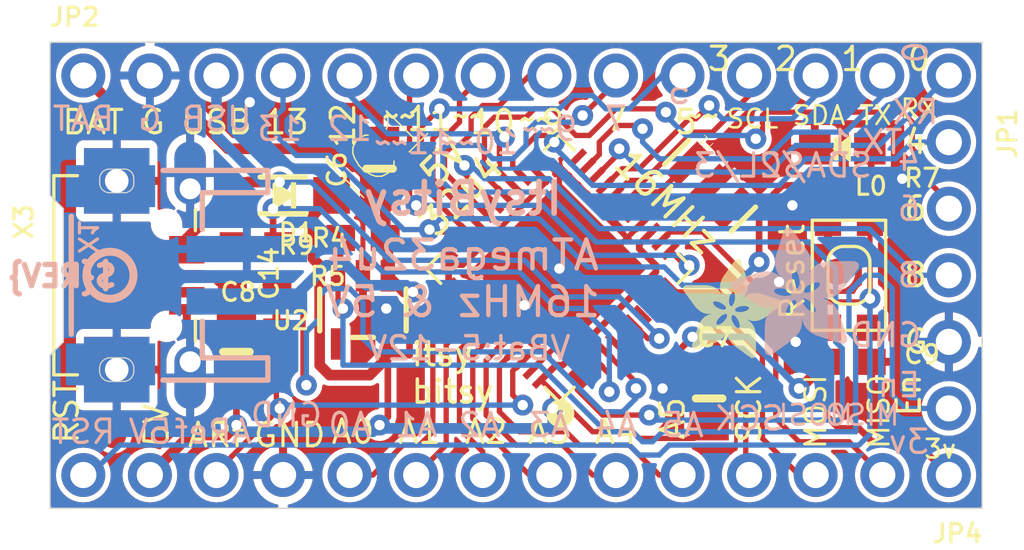
<source format=kicad_pcb>
(kicad_pcb (version 20240108) (generator "pcbnew") (generator_version "8.0")
  (layers (0 "F.Cu" signal) (31 "B.Cu" signal) (34 "B.Paste" user) (35 "F.Paste" user) (36 "B.SilkS" user "B.Silkscreen") (37 "F.SilkS" user "F.Silkscreen") (38 "B.Mask" user) (39 "F.Mask" user) (44 "Edge.Cuts" user))
  (net 0 "")
  (net 1 "GND")
  (net 2 "D-")
  (net 3 "D+")
  (net 4 "MOSI")
  (net 5 "MISO")
  (net 6 "SCK")
  (net 7 "RST")
  (net 8 "N$11")
  (net 9 "N$12")
  (net 10 "A5")
  (net 11 "A4")
  (net 12 "A3")
  (net 13 "A2")
  (net 14 "A1")
  (net 15 "SDA")
  (net 16 "N$15")
  (net 17 "N$16")
  (net 18 "D1")
  (net 19 "D0")
  (net 20 "VBUS")
  (net 21 "VBAT")
  (net 22 "N$2")
  (net 23 "AREF")
  (net 24 "A0")
  (net 25 "SCL")
  (net 26 "D4")
  (net 27 "D8")
  (net 28 "D7")
  (net 29 "EN")
  (net 30 "D5")
  (net 31 "D6")
  (net 32 "D10")
  (net 33 "D12")
  (net 34 "D13")
  (net 35 "D11")
  (net 36 "D9")
  (net 37 "+5V")
  (net 38 "3.3V")
  (footprint "Itsy Bitsy 32u4 5V:4UCONN_20329_V2" (layer "F.Cu") (at 135.1661 105.0036 -90)
    (property "Reference" "X3")
    (property "Value" "microUSB")
    (fp_line (start -3.5 2.55) (end -3.7 2.55) (stroke (width 0.05)) (layer "Edge.Cuts"))
    (fp_line (start 3.15 2.2) (end 3.15 1.6) (stroke (width 0.05)) (layer "Edge.Cuts"))
    (fp_line (start -4.05 2.15) (end -4.05 1.6) (stroke (width 0.05)) (layer "Edge.Cuts"))
    (fp_line (start -3.15 1.6) (end -3.15 2.15) (stroke (width 0.05)) (layer "Edge.Cuts"))
    (fp_line (start 4.05 1.6) (end 4.05 2.2) (stroke (width 0.05)) (layer "Edge.Cuts"))
    (fp_line (start -3.7 1.25) (end -3.5 1.25) (stroke (width 0.05)) (layer "Edge.Cuts"))
    (fp_arc (start -3.7 2.55) (mid -3.957843 2.422487) (end -4.05 2.15) (stroke (width 0.05)) (layer "Edge.Cuts"))
    (fp_arc (start 3.6 2.55) (mid 3.302513 2.468198) (end 3.15 2.2) (stroke (width 0.05)) (layer "Edge.Cuts"))
    (fp_arc (start 4.05 2.2) (mid 3.897487 2.468198) (end 3.6 2.55) (stroke (width 0.05)) (layer "Edge.Cuts"))
    (fp_arc (start -3.15 2.15) (mid -3.242157 2.422487) (end -3.5 2.55) (stroke (width 0.05)) (layer "Edge.Cuts"))
    (fp_arc (start -4.05 1.6) (mid -3.947487 1.352513) (end -3.7 1.25) (stroke (width 0.05)) (layer "Edge.Cuts"))
    (fp_arc (start 3.15 1.6) (mid 3.302513 1.331802) (end 3.6 1.25) (stroke (width 0.05)) (layer "Edge.Cuts"))
    (fp_arc (start -3.5 1.25) (mid -3.252513 1.352513) (end -3.15 1.6) (stroke (width 0.05)) (layer "Edge.Cuts"))
    (fp_arc (start 3.6 1.25) (mid 3.897487 1.331802) (end 4.05 1.6) (stroke (width 0.05)) (layer "Edge.Cuts"))
  )
  (footprint "Itsy Bitsy 32u4 5V:0603-NO" (layer "F.Cu") (at 161.2011 108.3056)
    (property "Reference" "C9")
    (property "Value" "1uF")
  )
  (footprint "Itsy Bitsy 32u4 5V:KMR2" (layer "F.Cu") (at 161.2011 105.0036 -90)
    (property "Reference" "SW1" (hide yes))
    (property "Value" "SPST_TACT-KMR2" (hide yes))
  )
  (footprint "Itsy Bitsy 32u4 5V:ADAFRUIT_3.5MM" (layer "F.Cu") (at 154.8511 108.1786)
    (property "Reference" "U$7" (hide yes))
    (property "Value" "" (hide yes))
  )
  (footprint "Itsy Bitsy 32u4 5V:0603-NO" (layer "F.Cu") (at 138.5951 103.8606)
    (property "Reference" "R4")
    (property "Value" "22")
  )
  (footprint "Itsy Bitsy 32u4 5V:1X14_ROUND70" (layer "F.Cu") (at 148.5011 97.3836)
    (property "Reference" "JP2")
    (property "Value" "")
  )
  (footprint "Itsy Bitsy 32u4 5V:0603-NO" (layer "F.Cu") (at 139.3571 108.0516 90)
    (property "Reference" "C14")
    (property "Value" "1uF")
  )
  (footprint "Itsy Bitsy 32u4 5V:RESONATOR-SMD" (layer "F.Cu") (at 155.904296 101.59001 -45)
    (property "Reference" "Y1")
    (property "Value" "16MHz")
  )
  (footprint "Itsy Bitsy 32u4 5V:SOT23-5" (layer "F.Cu") (at 142.6591 106.3244 180)
    (property "Reference" "U2")
    (property "Value" "MIC5225-5.0")
  )
  (footprint "Itsy Bitsy 32u4 5V:0805-NO" (layer "F.Cu") (at 143.2941 100.9396 90)
    (property "Reference" "C6")
    (property "Value" "10µF")
  )
  (footprint "Itsy Bitsy 32u4 5V:0603-NO" (layer "F.Cu") (at 142.6591 103.5812 180)
    (property "Reference" "R9")
    (property "Value" "100k")
  )
  (footprint "Itsy Bitsy 32u4 5V:CHIPLED_0805_NOOUTLINE" (layer "F.Cu") (at 160.9471 100.1776 90)
    (property "Reference" "L0")
    (property "Value" "RED")
  )
  (footprint "Itsy Bitsy 32u4 5V:SOD-123" (layer "F.Cu") (at 139.6111 101.9556 180)
    (property "Reference" "D1")
    (property "Value" "MBR120")
  )
  (footprint "Itsy Bitsy 32u4 5V:1X05_ROUND" (layer "F.Cu") (at 165.0111 105.0036 -90)
    (property "Reference" "JP1")
    (property "Value" "")
  )
  (footprint "Itsy Bitsy 32u4 5V:0603-NO" (layer "F.Cu") (at 138.5316 105.3211)
    (property "Reference" "R5")
    (property "Value" "22")
  )
  (footprint "Itsy Bitsy 32u4 5V:FIDUCIAL_1MM" (layer "F.Cu") (at 133.1341 111.0996 -90)
    (property "Reference" "U$34" (hide yes))
    (property "Value" "FIDUCIAL\"\"" (hide yes))
  )
  (footprint "Itsy Bitsy 32u4 5V:0805-NO" (layer "F.Cu") (at 137.8331 107.9246 90)
    (property "Reference" "C8")
    (property "Value" "10µF")
  )
  (footprint "Itsy Bitsy 32u4 5V:TQFN44_7MM" (layer "F.Cu") (at 150.1521 104.7496 45)
    (property "Reference" "IC1")
    (property "Value" "ATMEGA32U4-MU")
  )
  (footprint "Itsy Bitsy 32u4 5V:0805-NO" (layer "F.Cu") (at 155.8671 109.7026 90)
    (property "Reference" "C7")
    (property "Value" "10uF")
  )
  (footprint "Itsy Bitsy 32u4 5V:FIDUCIAL_1MM" (layer "F.Cu") (at 160.7403 104.8696 -90)
    (property "Reference" "U$35" (hide yes))
    (property "Value" "FIDUCIAL\"\"" (hide yes))
  )
  (footprint "Itsy Bitsy 32u4 5V:1X14_ROUND70" (layer "F.Cu") (at 148.5011 112.6236 180)
    (property "Reference" "JP4")
    (property "Value" "")
  )
  (footprint "Itsy Bitsy 32u4 5V:0603-NO" (layer "F.Cu") (at 161.2011 101.5746)
    (property "Reference" "R7")
    (property "Value" "2.2K")
  )
  (footprint "Itsy Bitsy 32u4 5V:ADAFRUIT_5MM" (layer "B.Cu") (at 161.5821 108.0516 180)
    (property "Reference" "U$4" (hide yes))
    (property "Value" "" (hide yes))
  )
  (footprint "Itsy Bitsy 32u4 5V:JSTPH2" (layer "B.Cu") (at 134.5311 105.0036 -90)
    (property "Reference" "X1")
    (property "Value" "")
  )
  (footprint "Itsy Bitsy 32u4 5V:PCBFEAT-REV-040" (layer "B.Cu") (at 133.0071 105.0036 180)
    (property "Reference" "U$10" (hide yes))
    (property "Value" "" (hide yes))
  )
  (gr_line (start 130.7211 96.1136) (end 130.7211 101.9556) (stroke (width 0.05)) (layer "Edge.Cuts"))
  (gr_line (start 131.2291 102.4636) (end 131.2291 107.5436) (stroke (width 0.05)) (layer "Edge.Cuts"))
  (gr_line (start 130.7211 101.9556) (end 131.2291 102.4636) (stroke (width 0.05)) (layer "Edge.Cuts"))
  (gr_line (start 130.7211 113.8936) (end 166.2811 113.8936) (stroke (width 0.05)) (layer "Edge.Cuts"))
  (gr_line (start 166.2811 96.1136) (end 130.7211 96.1136) (stroke (width 0.05)) (layer "Edge.Cuts"))
  (gr_line (start 166.2811 113.8936) (end 166.2811 96.1136) (stroke (width 0.05)) (layer "Edge.Cuts"))
  (gr_line (start 131.2291 107.5436) (end 130.7211 108.0516) (stroke (width 0.05)) (layer "Edge.Cuts"))
  (gr_line (start 130.7211 108.0516) (end 130.7211 113.8936) (stroke (width 0.05)) (layer "Edge.Cuts"))
  (gr_text "SCK" (at 157.3911 110.4646 0) (layer "B.SilkS") (effects (font (size 0.89408 0.89408) (thickness 0.12192)) (justify mirror)))
  (gr_text "11~~" (at 144.5641 99.9236 0) (layer "B.SilkS") (effects (font (size 0.89408 0.89408) (thickness 0.12192)) (justify mirror)))
  (gr_text "A5" (at 154.8511 110.7186 0) (layer "B.SilkS") (effects (font (size 0.89408 0.89408) (thickness 0.12192)) (justify mirror)))
  (gr_text "ATmega32u4\n16MHz & 5V" (at 146.4691 105.1306 0) (layer "B.SilkS") (effects (font (size 1.1049 1.1049) (thickness 0.1651)) (justify mirror)))
  (gr_text "BAT" (at 131.9911 99.0346 0) (layer "B.SilkS") (effects (font (size 0.89408 0.89408) (thickness 0.12192)) (justify mirror)))
  (gr_text "9~~" (at 149.7711 99.4156 0) (layer "B.SilkS") (effects (font (size 0.89408 0.89408) (thickness 0.12192)) (justify mirror)))
  (gr_text "USB" (at 137.0711 99.0346 0) (layer "B.SilkS") (effects (font (size 0.89408 0.89408) (thickness 0.12192)) (justify mirror)))
  (gr_text "MISO" (at 161.7091 110.3376 0) (layer "B.SilkS") (effects (font (size 0.78232 0.78232) (thickness 0.10668)) (justify mirror)))
  (gr_text "En" (at 163.1061 109.1946 0) (layer "B.SilkS") (effects (font (size 0.89408 0.89408) (thickness 0.12192)) (justify mirror)))
  (gr_text "4" (at 163.4871 100.5586 0) (layer "B.SilkS") (effects (font (size 0.89408 0.89408) (thickness 0.12192)) (justify mirror)))
  (gr_text "ItsyBitsy" (at 146.4691 102.0826 0) (layer "B.SilkS") (effects (font (size 1.20904 1.20904) (thickness 0.21336)) (justify mirror)))
  (gr_text "10~~" (at 147.1041 99.9236 0) (layer "B.SilkS") (effects (font (size 0.89408 0.89408) (thickness 0.12192)) (justify mirror)))
  (gr_text "5" (at 155.2321 98.5266 0) (layer "B.SilkS") (effects (font (size 0.88392 0.88392) (thickness 0.13208)) (justify left bottom mirror)))
  (gr_text "A0" (at 142.1511 110.7186 0) (layer "B.SilkS") (effects (font (size 0.89408 0.89408) (thickness 0.12192)) (justify mirror)))
  (gr_text "GND" (at 139.7381 110.3376 0) (layer "B.SilkS") (effects (font (size 0.89408 0.89408) (thickness 0.12192)) (justify mirror)))
  (gr_text "MOSI" (at 159.9311 110.3376 0) (layer "B.SilkS") (effects (font (size 0.78232 0.78232) (thickness 0.10668)) (justify mirror)))
  (gr_text "RX" (at 163.7411 98.7806 0) (layer "B.SilkS") (effects (font (size 0.89408 0.89408) (thickness 0.12192)) (justify mirror)))
  (gr_text "GND" (at 162.5981 107.2896 0) (layer "B.SilkS") (effects (font (size 0.89408 0.89408) (thickness 0.12192)) (justify mirror)))
  (gr_text "A1" (at 144.6911 110.7186 0) (layer "B.SilkS") (effects (font (size 0.89408 0.89408) (thickness 0.12192)) (justify mirror)))
  (gr_text "7" (at 152.3111 99.0346 0) (layer "B.SilkS") (effects (font (size 0.89408 0.89408) (thickness 0.12192)) (justify mirror)))
  (gr_text "TX,1" (at 161.8361 99.9236 0) (layer "B.SilkS") (effects (font (size 0.89408 0.89408) (thickness 0.12192)) (justify mirror)))
  (gr_text "A3" (at 149.7711 110.7186 0) (layer "B.SilkS") (effects (font (size 0.89408 0.89408) (thickness 0.12192)) (justify mirror)))
  (gr_text "0" (at 163.7411 96.4946 90) (layer "B.SilkS") (effects (font (size 0.89408 0.89408) (thickness 0.12192)) (justify mirror)))
  (gr_text "VBat:5-12V" (at 150.6601 108.3056 0) (layer "B.SilkS") (effects (font (size 0.88392 0.88392) (thickness 0.13208)) (justify left bottom mirror)))
  (gr_text "A4" (at 152.3111 110.7186 0) (layer "B.SilkS") (effects (font (size 0.89408 0.89408) (thickness 0.12192)) (justify mirror)))
  (gr_text "ARef" (at 136.9441 110.9726 0) (layer "B.SilkS") (effects (font (size 0.89408 0.89408) (thickness 0.12192)) (justify mirror)))
  (gr_text "3v" (at 163.4871 111.3536 0) (layer "B.SilkS") (effects (font (size 0.89408 0.89408) (thickness 0.12192)) (justify mirror)))
  (gr_text "G" (at 134.5311 99.0346 0) (layer "B.SilkS") (effects (font (size 0.89408 0.89408) (thickness 0.12192)) (justify mirror)))
  (gr_text "SDA/2" (at 159.9311 100.8126 0) (layer "B.SilkS") (effects (font (size 0.89408 0.89408) (thickness 0.12192)) (justify mirror)))
  (gr_text "8" (at 163.4871 105.0036 0) (layer "B.SilkS") (effects (font (size 0.89408 0.89408) (thickness 0.12192)) (justify mirror)))
  (gr_text "12" (at 142.1511 99.4156 0) (layer "B.SilkS") (effects (font (size 0.89408 0.89408) (thickness 0.12192)) (justify mirror)))
  (gr_text "SCL/3" (at 157.3911 100.8126 0) (layer "B.SilkS") (effects (font (size 0.89408 0.89408) (thickness 0.12192)) (justify mirror)))
  (gr_text "5V" (at 134.5311 110.9726 0) (layer "B.SilkS") (effects (font (size 0.89408 0.89408) (thickness 0.12192)) (justify mirror)))
  (gr_text "RST" (at 131.9911 110.9726 0) (layer "B.SilkS") (effects (font (size 0.89408 0.89408) (thickness 0.12192)) (justify mirror)))
  (gr_text "13" (at 139.4841 99.4156 0) (layer "B.SilkS") (effects (font (size 0.89408 0.89408) (thickness 0.12192)) (justify mirror)))
  (gr_text "6" (at 163.4871 102.4636 0) (layer "B.SilkS") (effects (font (size 0.89408 0.89408) (thickness 0.12192)) (justify mirror)))
  (gr_text "A2" (at 147.1041 110.7186 0) (layer "B.SilkS") (effects (font (size 0.89408 0.89408) (thickness 0.12192)) (justify mirror)))
  (gr_text "G" (at 163.2331 108.0516 0) (layer "F.SilkS") (effects (font (size 0.88392 0.88392) (thickness 0.13208)) (justify left bottom)))
  (gr_text "A4" (at 152.3111 110.9726 0) (layer "F.SilkS") (effects (font (size 0.89408 0.89408) (thickness 0.12192))))
  (gr_text "SCK" (at 157.3911 110.0836 90) (layer "F.SilkS") (effects (font (size 0.89408 0.89408) (thickness 0.12192))))
  (gr_text "6" (at 163.2331 102.9716 0) (layer "F.SilkS") (effects (font (size 0.88392 0.88392) (thickness 0.13208)) (justify left bottom)))
  (gr_text "3" (at 156.2481 96.7486 0) (layer "F.SilkS") (effects (font (size 0.89408 0.89408) (thickness 0.12192))))
  (gr_text "~~" (at 146.7231 98.9076 0) (layer "F.SilkS") (effects (font (size 0.89408 0.89408) (thickness 0.12192))))
  (gr_text "A5" (at 154.4701 110.4646 90) (layer "F.SilkS") (effects (font (size 0.89408 0.89408) (thickness 0.12192))))
  (gr_text "~~" (at 144.0561 98.9076 0) (layer "F.SilkS") (effects (font (size 0.89408 0.89408) (thickness 0.12192))))
  (gr_text "4" (at 163.2331 100.4316 0) (layer "F.SilkS") (effects (font (size 0.88392 0.88392) (thickness 0.13208)) (justify left bottom)))
  (gr_text "SDA" (at 160.0581 98.9076 0) (layer "F.SilkS") (effects (font (size 0.715264 0.715264) (thickness 0.097536))))
  (gr_text "RX" (at 163.8681 98.6536 0) (layer "F.SilkS") (effects (font (size 0.715264 0.715264) (thickness 0.097536))))
  (gr_text "2" (at 158.7881 96.7486 0) (layer "F.SilkS") (effects (font (size 0.89408 0.89408) (thickness 0.12192))))
  (gr_text "A2" (at 147.3581 110.9726 0) (layer "F.SilkS") (effects (font (size 0.89408 0.89408) (thickness 0.12192))))
  (gr_text "~~" (at 155.6131 98.9076 0) (layer "F.SilkS") (effects (font (size 0.89408 0.89408) (thickness 0.12192))))
  (gr_text "5V" (at 134.7851 110.7186 90) (layer "F.SilkS") (effects (font (size 0.89408 0.89408) (thickness 0.12192))))
  (gr_text "8" (at 163.2331 105.5116 0) (layer "F.SilkS") (effects (font (size 0.88392 0.88392) (thickness 0.13208)) (justify left bottom)))
  (gr_text "A3" (at 149.7711 110.9726 0) (layer "F.SilkS") (effects (font (size 0.89408 0.89408) (thickness 0.12192))))
  (gr_text "5V" (at 145.4531 101.8286 45) (layer "F.SilkS") (effects (font (size 0.99441 0.99441) (thickness 0.14859)) (justify left bottom)))
  (gr_text "MISO" (at 162.3441 110.2106 90) (layer "F.SilkS") (effects (font (size 0.78232 0.78232) (thickness 0.10668))))
  (gr_text "ARf" (at 137.0711 111.0996 0) (layer "F.SilkS") (effects (font (size 0.89408 0.89408) (thickness 0.12192))))
  (gr_text "~~" (at 149.2631 99.0346 0) (layer "F.SilkS") (effects (font (size 0.89408 0.89408) (thickness 0.12192))))
  (gr_text "Reset" (at 159.0421 104.8766 90) (layer "F.SilkS") (effects (font (size 0.89408 0.89408) (thickness 0.12192))))
  (gr_text "A1" (at 144.8181 110.9726 0) (layer "F.SilkS") (effects (font (size 0.89408 0.89408) (thickness 0.12192))))
  (gr_text "32u4" (at 145.4531 103.7336 45) (layer "F.SilkS") (effects (font (size 0.99441 0.99441) (thickness 0.14859)) (justify left bottom)))
  (gr_text "BAT" (at 132.3721 99.1616 0) (layer "F.SilkS") (effects (font (size 0.89408 0.89408) (thickness 0.12192))))
  (gr_text "itsy\nbitsy" (at 144.4371 109.9566 0) (layer "F.SilkS") (effects (font (size 0.88392 0.88392) (thickness 0.13208)) (justify left bottom)))
  (gr_text "0" (at 163.8681 96.7486 0) (layer "F.SilkS") (effects (font (size 0.89408 0.89408) (thickness 0.12192))))
  (gr_text "USB" (at 137.0711 99.1616 0) (layer "F.SilkS") (effects (font (size 0.89408 0.89408) (thickness 0.12192))))
  (gr_text "SCL" (at 157.5181 99.0346 0) (layer "F.SilkS") (effects (font (size 0.715264 0.715264) (thickness 0.097536))))
  (gr_text "TX" (at 162.2171 98.9076 0) (layer "F.SilkS") (effects (font (size 0.715264 0.715264) (thickness 0.097536))))
  (gr_text "G" (at 134.6581 99.1616 0) (layer "F.SilkS") (effects (font (size 0.89408 0.89408) (thickness 0.12192))))
  (gr_text "11" (at 145.1991 99.0346 0) (layer "F.SilkS") (effects (font (size 0.89408 0.89408) (thickness 0.12192))))
  (gr_text "10" (at 147.6121 99.1616 0) (layer "F.SilkS") (effects (font (size 0.89408 0.89408) (thickness 0.12192))))
  (gr_text "1" (at 161.3281 96.7486 0) (layer "F.SilkS") (effects (font (size 0.89408 0.89408) (thickness 0.12192))))
  (gr_text "RST" (at 131.3561 110.2106 90) (layer "F.SilkS") (effects (font (size 0.89408 0.89408) (thickness 0.12192))))
  (gr_text "5" (at 154.9781 99.1616 0) (layer "F.SilkS") (effects (font (size 0.89408 0.89408) (thickness 0.12192))))
  (gr_text "12" (at 141.8971 99.2886 90) (layer "F.SilkS") (effects (font (size 0.89408 0.89408) (thickness 0.12192))))
  (gr_text "16MHz" (at 152.0571 100.8126 315) (layer "F.SilkS") (effects (font (size 0.99441 0.99441) (thickness 0.14859)) (justify left bottom)))
  (gr_text "A0" (at 142.2781 110.9726 0) (layer "F.SilkS") (effects (font (size 0.89408 0.89408) (thickness 0.12192))))
  (gr_text "MOSI" (at 159.9311 110.2106 90) (layer "F.SilkS") (effects (font (size 0.78232 0.78232) (thickness 0.10668))))
  (gr_text "GND" (at 139.8651 111.0996 0) (layer "F.SilkS") (effects (font (size 0.89408 0.89408) (thickness 0.12192))))
  (gr_text "3v" (at 164.004302 112.04383 0) (layer "F.SilkS") (effects (font (size 0.707136 0.707136) (thickness 0.105664)) (justify left bottom)))
  (gr_text "13" (at 139.7381 99.1616 0) (layer "F.SilkS") (effects (font (size 0.89408 0.89408) (thickness 0.12192))))
  (gr_text "7" (at 152.3111 99.0346 0) (layer "F.SilkS") (effects (font (size 0.89408 0.89408) (thickness 0.12192))))
  (gr_text "En" (at 163.9951 110.4646 90) (layer "F.SilkS") (effects (font (size 0.88392 0.88392) (thickness 0.13208)) (justify left bottom)))
  (gr_text "9" (at 149.8981 99.1616 0) (layer "F.SilkS") (effects (font (size 0.89408 0.89408) (thickness 0.12192))))
  (segment (start 149.462668 100.524638) (end 150.1521 101.214069) (width 0.2032) (layer "F.Cu") (net 1))
  (segment (start 148.8186 106.1466) (end 150.1521 104.8131) (width 0.2032) (layer "F.Cu") (net 1))
  (segment (start 146.280687 105.792585) (end 147.323671 104.7496) (width 0.2032) (layer "F.Cu") (net 1))
  (segment (start 151.566312 104.7496) (end 150.1521 104.7496) (width 0.2032) (layer "F.Cu") (net 1))
  (segment (start 153.3164 102.999513) (end 151.566312 104.7496) (width 0.2032) (layer "F.Cu") (net 1))
  (segment (start 149.109115 108.621013) (end 150.1521 107.578029) (width 0.2032) (layer "F.Cu") (net 1))
  (segment (start 150.1521 101.214069) (end 150.1521 104.7496) (width 0.2032) (layer "F.Cu") (net 1))
  (segment (start 150.1521 104.8131) (end 150.1521 104.7496) (width 0.2032) (layer "F.Cu") (net 1))
  (segment (start 147.323671 104.7496) (end 150.1521 104.7496) (width 0.2032) (layer "F.Cu") (net 1))
  (via (at 159.1691 107.5436) (size 0.8001) (drill 0.3937) (layers "F.Cu" "B.Cu") (net 1))
  (via (at 150.1521 104.7496) (size 0.8001) (drill 0.3937) (layers "F.Cu" "B.Cu") (net 1))
  (via (at 143.5481 106.2736) (size 0.8001) (drill 0.3937) (layers "F.Cu" "B.Cu") (net 1))
  (via (at 138.3411 98.3996) (size 0.8001) (drill 0.3937) (layers "F.Cu" "B.Cu") (net 1))
  (via (at 148.8186 106.1466) (size 0.8001) (drill 0.3937) (layers "F.Cu" "B.Cu") (net 1))
  (via (at 163.2331 101.3206) (size 0.8001) (drill 0.3937) (layers "F.Cu" "B.Cu") (net 1))
  (via (at 158.5341 105.2576) (size 0.8001) (drill 0.3937) (layers "F.Cu" "B.Cu") (net 1))
  (via (at 159.0421 102.3366) (size 0.8001) (drill 0.3937) (layers "F.Cu" "B.Cu") (net 1))
  (via (at 154.0891 109.3216) (size 0.8001) (drill 0.3937) (layers "F.Cu" "B.Cu") (net 1))
  (segment (start 139.2301 103.6066) (end 139.4451 103.8216) (width 0.2032) (layer "F.Cu") (net 2))
  (segment (start 139.4451 103.8216) (end 139.4451 103.8606) (width 0.2032) (layer "F.Cu") (net 2))
  (segment (start 152.0571 109.4486) (end 152.0571 108.775922) (width 0.2032) (layer "F.Cu") (net 2))
  (segment (start 139.2301 103.6066) (end 139.2301 102.4636) (width 0.254) (layer "F.Cu") (net 2))
  (segment (start 152.0571 108.775922) (end 151.548634 108.267457) (width 0.2032) (layer "F.Cu") (net 2))
  (via (at 152.0571 109.4486) (size 0.8001) (drill 0.3937) (layers "F.Cu" "B.Cu") (net 2))
  (via (at 139.2301 102.4636) (size 0.8001) (drill 0.3937) (layers "F.Cu" "B.Cu") (net 2))
  (segment (start 139.2301 102.4636) (end 141.0081 102.4636) (width 0.2032) (layer "B.Cu") (net 2))
  (segment (start 141.0081 102.4636) (end 143.4211 104.8766) (width 0.2032) (layer "B.Cu") (net 2))
  (segment (start 150.0251 106.2736) (end 151.0411 106.2736) (width 0.2032) (layer "B.Cu") (net 2))
  (segment (start 143.4211 104.8766) (end 148.6281 104.8766) (width 0.2032) (layer "B.Cu") (net 2))
  (segment (start 148.6281 104.8766) (end 150.0251 106.2736) (width 0.2032) (layer "B.Cu") (net 2))
  (segment (start 151.0411 106.2736) (end 152.0571 107.2896) (width 0.2032) (layer "B.Cu") (net 2))
  (segment (start 152.0571 107.2896) (end 152.0571 109.4486) (width 0.2032) (layer "B.Cu") (net 2))
  (segment (start 140.3731 106.2736) (end 139.4206 105.3211) (width 0.2032) (layer "F.Cu") (net 3))
  (segment (start 140.3731 106.2736) (end 140.3731 109.0676) (width 0.2032) (layer "F.Cu") (net 3))
  (segment (start 151.902187 107.913904) (end 153.0731 109.084816) (width 0.2032) (layer "F.Cu") (net 3))
  (segment (start 139.4206 105.3211) (end 139.3816 105.3211) (width 0.2032) (layer "F.Cu") (net 3))
  (segment (start 140.3731 109.0676) (end 140.5001 109.1946) (width 0.2032) (layer "F.Cu") (net 3))
  (segment (start 153.0731 109.084816) (end 153.0731 109.3216) (width 0.2032) (layer "F.Cu") (net 3))
  (via (at 153.0731 109.3216) (size 0.8001) (drill 0.3937) (layers "F.Cu" "B.Cu") (net 3))
  (via (at 140.5001 109.1946) (size 0.8001) (drill 0.3937) (layers "F.Cu" "B.Cu") (net 3))
  (segment (start 140.5001 107.1626) (end 140.5001 109.1946) (width 0.2032) (layer "B.Cu") (net 3))
  (segment (start 143.1671 107.9246) (end 149.5171 107.9246) (width 0.2032) (layer "B.Cu") (net 3))
  (segment (start 141.2621 105.5116) (end 142.1511 105.5116) (width 0.2032) (layer "B.Cu") (net 3))
  (segment (start 149.5171 107.9246) (end 151.8031 110.2106) (width 0.2032) (layer "B.Cu") (net 3))
  (segment (start 153.0731 109.7026) (end 153.0731 109.3216) (width 0.2032) (layer "B.Cu") (net 3))
  (segment (start 141.0081 106.6546) (end 140.5001 107.1626) (width 0.2032) (layer "B.Cu") (net 3))
  (segment (start 152.5651 110.2106) (end 153.0731 109.7026) (width 0.2032) (layer "B.Cu") (net 3))
  (segment (start 141.0081 106.6546) (end 141.0081 105.7656) (width 0.2032) (layer "B.Cu") (net 3))
  (segment (start 142.6591 106.0196) (end 142.6591 107.4166) (width 0.2032) (layer "B.Cu") (net 3))
  (segment (start 151.8031 110.2106) (end 152.5651 110.2106) (width 0.2032) (layer "B.Cu") (net 3))
  (segment (start 142.6591 107.4166) (end 143.1671 107.9246) (width 0.2032) (layer "B.Cu") (net 3))
  (segment (start 142.1511 105.5116) (end 142.6591 106.0196) (width 0.2032) (layer "B.Cu") (net 3))
  (segment (start 141.0081 105.7656) (end 141.2621 105.5116) (width 0.2032) (layer "B.Cu") (net 3))
  (segment (start 154.023509 105.792585) (end 154.377525 106.1466) (width 0.2032) (layer "F.Cu") (net 4))
  (segment (start 159.2961 112.6236) (end 159.9311 112.6236) (width 0.2032) (layer "F.Cu") (net 4))
  (segment (start 154.377525 106.1466) (end 155.9941 106.1466) (width 0.2032) (layer "F.Cu") (net 4))
  (segment (start 155.9941 106.1466) (end 157.8991 108.0516) (width 0.2032) (layer "F.Cu") (net 4))
  (segment (start 157.8991 111.2266) (end 159.2961 112.6236) (width 0.2032) (layer "F.Cu") (net 4))
  (segment (start 157.8991 108.0516) (end 157.8991 111.2266) (width 0.2032) (layer "F.Cu") (net 4))
  (segment (start 159.2961 111.3536) (end 161.2011 111.3536) (width 0.2032) (layer "F.Cu") (net 5))
  (segment (start 161.2011 111.3536) (end 162.4711 112.6236) (width 0.2032) (layer "F.Cu") (net 5))
  (segment (start 158.4071 107.7976) (end 158.4071 110.4646) (width 0.2032) (layer "F.Cu") (net 5))
  (segment (start 154.377062 105.439032) (end 154.576631 105.6386) (width 0.2032) (layer "F.Cu") (net 5))
  (segment (start 156.2481 105.6386) (end 158.4071 107.7976) (width 0.2032) (layer "F.Cu") (net 5))
  (segment (start 158.4071 110.4646) (end 159.2961 111.3536) (width 0.2032) (layer "F.Cu") (net 5))
  (segment (start 154.576631 105.6386) (end 156.2481 105.6386) (width 0.2032) (layer "F.Cu") (net 5))
  (segment (start 155.6766 106.5911) (end 157.2641 108.1786) (width 0.2032) (layer "F.Cu") (net 6))
  (segment (start 157.2641 112.4966) (end 157.3911 112.6236) (width 0.2032) (layer "F.Cu") (net 6))
  (segment (start 153.669953 106.146138) (end 154.114915 106.5911) (width 0.2032) (layer "F.Cu") (net 6))
  (segment (start 154.114915 106.5911) (end 155.6766 106.5911) (width 0.2032) (layer "F.Cu") (net 6))
  (segment (start 157.2641 108.1786) (end 157.2641 112.4966) (width 0.2032) (layer "F.Cu") (net 6))
  (segment (start 162.0011 105.9816) (end 162.0011 105.8926) (width 0.2032) (layer "F.Cu") (net 7))
  (segment (start 162.0011 107.0036) (end 162.0011 105.8926) (width 0.2032) (layer "F.Cu") (net 7))
  (segment (start 161.9631 106.0196) (end 162.0011 105.9816) (width 0.2032) (layer "F.Cu") (net 7))
  (segment (start 162.0011 107.2516) (end 162.0011 107.0036) (width 0.2032) (layer "F.Cu") (net 7))
  (segment (start 154.023509 103.706619) (end 154.377528 103.3526) (width 0.2032) (layer "F.Cu") (net 7))
  (segment (start 158.2801 106.0196) (end 161.9631 106.0196) (width 0.2032) (layer "F.Cu") (net 7))
  (segment (start 162.0011 103.0036) (end 162.0011 105.8926) (width 0.2032) (layer "F.Cu") (net 7))
  (segment (start 154.377528 103.3526) (end 155.6131 103.3526) (width 0.2032) (layer "F.Cu") (net 7))
  (segment (start 155.6131 103.3526) (end 158.2801 106.0196) (width 0.2032) (layer "F.Cu") (net 7))
  (via (at 162.0011 105.8926) (size 0.8001) (drill 0.3937) (layers "F.Cu" "B.Cu") (net 7))
  (segment (start 131.9911 112.6236) (end 132.2451 112.6236) (width 0.2032) (layer "B.Cu") (net 7))
  (segment (start 154.3431 111.4806) (end 161.5821 111.4806) (width 0.2032) (layer "B.Cu") (net 7))
  (segment (start 152.8191 111.4806) (end 153.2001 111.8616) (width 0.2032) (layer "B.Cu") (net 7))
  (segment (start 153.9621 111.8616) (end 154.3431 111.4806) (width 0.2032) (layer "B.Cu") (net 7))
  (segment (start 161.5821 111.4806) (end 162.0011 111.0616) (width 0.2032) (layer "B.Cu") (net 7))
  (segment (start 153.2001 111.8616) (end 153.9621 111.8616) (width 0.2032) (layer "B.Cu") (net 7))
  (segment (start 133.3881 111.4806) (end 152.8191 111.4806) (width 0.2032) (layer "B.Cu") (net 7))
  (segment (start 162.0011 111.0616) (end 162.0011 105.8926) (width 0.2032) (layer "B.Cu") (net 7))
  (segment (start 132.2451 112.6236) (end 133.3881 111.4806) (width 0.2032) (layer "B.Cu") (net 7))
  (segment (start 156.346765 102.8446) (end 156.752825 102.438541) (width 0.2032) (layer "F.Cu") (net 8))
  (segment (start 153.335706 102.2731) (end 154.2796 102.2731) (width 0.2032) (layer "F.Cu") (net 8))
  (segment (start 154.2796 102.2731) (end 154.8511 102.8446) (width 0.2032) (layer "F.Cu") (net 8))
  (segment (start 154.8511 102.8446) (end 156.346765 102.8446) (width 0.2032) (layer "F.Cu") (net 8))
  (segment (start 152.962846 102.64596) (end 153.335706 102.2731) (width 0.2032) (layer "F.Cu") (net 8))
  (segment (start 155.049218 100.741482) (end 155.055765 100.741482) (width 0.2032) (layer "F.Cu") (net 9))
  (segment (start 152.609293 102.292407) (end 153.080718 101.820982) (width 0.2032) (layer "F.Cu") (net 9))
  (segment (start 153.969718 101.820982) (end 155.049218 100.741482) (width 0.2032) (layer "F.Cu") (net 9))
  (segment (start 153.080718 101.820982) (end 153.969718 101.820982) (width 0.2032) (layer "F.Cu") (net 9))
  (segment (start 147.8661 110.2106) (end 148.6281 110.9726) (width 0.2032) (layer "F.Cu") (net 10))
  (segment (start 147.8661 108.449813) (end 147.8661 110.2106) (width 0.2032) (layer "F.Cu") (net 10))
  (segment (start 153.9621 112.6236) (end 154.8511 112.6236) (width 0.2032) (layer "F.Cu") (net 10))
  (segment (start 150.4061 110.9726) (end 150.9141 111.4806) (width 0.2032) (layer "F.Cu") (net 10))
  (segment (start 148.6281 110.9726) (end 150.4061 110.9726) (width 0.2032) (layer "F.Cu") (net 10))
  (segment (start 152.8191 111.4806) (end 153.9621 112.6236) (width 0.2032) (layer "F.Cu") (net 10))
  (segment (start 148.402009 107.913904) (end 147.8661 108.449813) (width 0.2032) (layer "F.Cu") (net 10))
  (segment (start 150.9141 111.4806) (end 152.8191 111.4806) (width 0.2032) (layer "F.Cu") (net 10))
  (segment (start 147.3581 110.3376) (end 148.5011 111.4806) (width 0.2032) (layer "F.Cu") (net 11))
  (segment (start 147.3581 108.250707) (end 147.3581 110.3376) (width 0.2032) (layer "F.Cu") (net 11))
  (segment (start 148.048456 107.56035) (end 147.3581 108.250707) (width 0.2032) (layer "F.Cu") (net 11))
  (segment (start 150.2791 111.4806) (end 151.4221 112.6236) (width 0.2032) (layer "F.Cu") (net 11))
  (segment (start 151.4221 112.6236) (end 152.3111 112.6236) (width 0.2032) (layer "F.Cu") (net 11))
  (segment (start 148.5011 111.4806) (end 150.2791 111.4806) (width 0.2032) (layer "F.Cu") (net 11))
  (segment (start 147.694903 107.206797) (end 146.8501 108.0516) (width 0.2032) (layer "F.Cu") (net 12))
  (segment (start 146.8501 108.0516) (end 146.8501 110.4646) (width 0.2032) (layer "F.Cu") (net 12))
  (segment (start 149.0091 112.6236) (end 149.7711 112.6236) (width 0.2032) (layer "F.Cu") (net 12))
  (segment (start 146.8501 110.4646) (end 149.0091 112.6236) (width 0.2032) (layer "F.Cu") (net 12))
  (segment (start 146.3421 110.8456) (end 147.2311 111.7346) (width 0.2032) (layer "F.Cu") (net 13))
  (segment (start 147.34135 106.853244) (end 146.3421 107.852494) (width 0.2032) (layer "F.Cu") (net 13))
  (segment (start 147.2311 111.7346) (end 147.2311 112.6236) (width 0.2032) (layer "F.Cu") (net 13))
  (segment (start 146.3421 107.852494) (end 146.3421 110.8456) (width 0.2032) (layer "F.Cu") (net 13))
  (segment (start 146.987796 106.499691) (end 145.8341 107.653388) (width 0.2032) (layer "F.Cu") (net 14))
  (segment (start 145.8341 107.653388) (end 145.8341 111.4806) (width 0.2032) (layer "F.Cu") (net 14))
  (segment (start 145.8341 111.4806) (end 144.6911 112.6236) (width 0.2032) (layer "F.Cu") (net 14))
  (segment (start 152.547887 100.9396) (end 153.2001 100.9396) (width 0.2032) (layer "F.Cu") (net 15))
  (segment (start 155.4861 98.9076) (end 155.8671 98.5266) (width 0.2032) (layer "F.Cu") (net 15))
  (segment (start 153.2001 100.9396) (end 155.1051 99.0346) (width 0.2032) (layer "F.Cu") (net 15))
  (segment (start 155.3591 99.0346) (end 155.8671 98.5266) (width 0.2032) (layer "F.Cu") (net 15))
  (segment (start 155.1051 99.0346) (end 155.3591 99.0346) (width 0.2032) (layer "F.Cu") (net 15))
  (segment (start 151.902187 101.5853) (end 152.547887 100.9396) (width 0.2032) (layer "F.Cu") (net 15))
  (via (at 155.8671 98.5266) (size 0.8001) (drill 0.3937) (layers "F.Cu" "B.Cu") (net 15))
  (segment (start 159.9311 98.1456) (end 159.9311 97.3836) (width 0.2032) (layer "B.Cu") (net 15))
  (segment (start 156.3751 99.0346) (end 159.0421 99.0346) (width 0.2032) (layer "B.Cu") (net 15))
  (segment (start 159.0421 99.0346) (end 159.9311 98.1456) (width 0.2032) (layer "B.Cu") (net 15))
  (segment (start 156.3751 99.0346) (end 155.8671 98.5266) (width 0.2032) (layer "B.Cu") (net 15))
  (segment (start 135.9411 105.0036) (end 136.8171 105.0036) (width 0.2032) (layer "F.Cu") (net 16))
  (segment (start 137.1346 105.3211) (end 137.6816 105.3211) (width 0.2032) (layer "F.Cu") (net 16))
  (segment (start 136.8171 105.0036) (end 137.1346 105.3211) (width 0.2032) (layer "F.Cu") (net 16))
  (segment (start 137.4911 103.8606) (end 137.7451 103.8606) (width 0.2032) (layer "F.Cu") (net 17))
  (segment (start 136.9981 104.3536) (end 137.4911 103.8606) (width 0.2032) (layer "F.Cu") (net 17))
  (segment (start 135.9411 104.3536) (end 136.9981 104.3536) (width 0.2032) (layer "F.Cu") (net 17))
  (segment (start 151.195081 100.878191) (end 151.6761 100.397172) (width 0.2032) (layer "F.Cu") (net 18))
  (segment (start 151.6761 100.397172) (end 151.6761 99.9236) (width 0.2032) (layer "F.Cu") (net 18))
  (segment (start 152.3111 99.2886) (end 153.3271 99.2886) (width 0.2032) (layer "F.Cu") (net 18))
  (segment (start 151.6761 99.9236) (end 152.3111 99.2886) (width 0.2032) (layer "F.Cu") (net 18))
  (segment (start 153.3271 99.2886) (end 153.3271 99.4156) (width 0.2032) (layer "F.Cu") (net 18))
  (via (at 153.3271 99.4156) (size 0.8001) (drill 0.3937) (layers "F.Cu" "B.Cu") (net 18))
  (segment (start 162.4711 98.1456) (end 162.4711 97.3836) (width 0.2032) (layer "B.Cu") (net 18))
  (segment (start 158.0261 100.5586) (end 153.9621 100.5586) (width 0.2032) (layer "B.Cu") (net 18))
  (segment (start 153.3271 99.9236) (end 153.3271 99.4156) (width 0.2032) (layer "B.Cu") (net 18))
  (segment (start 159.0421 99.5426) (end 158.0261 100.5586) (width 0.2032) (layer "B.Cu") (net 18))
  (segment (start 161.0741 99.5426) (end 159.0421 99.5426) (width 0.2032) (layer "B.Cu") (net 18))
  (segment (start 153.9621 100.5586) (end 153.3271 99.9236) (width 0.2032) (layer "B.Cu") (net 18))
  (segment (start 161.0741 99.5426) (end 162.4711 98.1456) (width 0.2032) (layer "B.Cu") (net 18))
  (segment (start 151.548634 101.231747) (end 152.4381 100.342282) (width 0.2032) (layer "F.Cu") (net 19))
  (segment (start 152.4381 100.342282) (end 152.4381 100.1776) (width 0.2032) (layer "F.Cu") (net 19))
  (via (at 152.4381 100.1776) (size 0.8001) (drill 0.3937) (layers "F.Cu" "B.Cu") (net 19))
  (segment (start 153.3271 101.0666) (end 152.4381 100.1776) (width 0.2032) (layer "B.Cu") (net 19))
  (segment (start 162.3441 100.0506) (end 165.0111 97.3836) (width 0.2032) (layer "B.Cu") (net 19))
  (segment (start 153.3271 101.0666) (end 158.1531 101.0666) (width 0.2032) (layer "B.Cu") (net 19))
  (segment (start 158.1531 101.0666) (end 159.1691 100.0506) (width 0.2032) (layer "B.Cu") (net 19))
  (segment (start 159.1691 100.0506) (end 162.3441 100.0506) (width 0.2032) (layer "B.Cu") (net 19))
  (segment (start 153.526203 107.4166) (end 153.9621 107.4166) (width 0.2032) (layer "F.Cu") (net 20))
  (segment (start 138.2691 101.4476) (end 139.4841 101.4476) (width 0.4064) (layer "F.Cu") (net 20))
  (segment (start 137.1981 102.3366) (end 137.3801 102.3366) (width 0.4064) (layer "F.Cu") (net 20))
  (segment (start 135.9411 103.5936) (end 137.1981 102.3366) (width 0.4064) (layer "F.Cu") (net 20))
  (segment (start 135.9411 103.7036) (end 135.9411 103.5936) (width 0.4064) (layer "F.Cu") (net 20))
  (segment (start 152.962846 106.853244) (end 153.526203 107.4166) (width 0.2032) (layer "F.Cu") (net 20))
  (segment (start 137.7611 101.9556) (end 138.2691 101.4476) (width 0.4064) (layer "F.Cu") (net 20))
  (segment (start 137.3801 102.3366) (end 137.7611 101.9556) (width 0.4064) (layer "F.Cu") (net 20))
  (via (at 139.4841 101.4476) (size 0.8001) (drill 0.3937) (layers "F.Cu" "B.Cu") (net 20))
  (via (at 153.9621 107.4166) (size 0.8001) (drill 0.3937) (layers "F.Cu" "B.Cu") (net 20))
  (segment (start 138.8491 101.4476) (end 139.4841 101.4476) (width 0.4064) (layer "B.Cu") (net 20))
  (segment (start 150.2156 105.8291) (end 152.4381 105.8291) (width 0.2032) (layer "B.Cu") (net 20))
  (segment (start 140.6906 101.4476) (end 139.4841 101.4476) (width 0.2032) (layer "B.Cu") (net 20))
  (segment (start 148.8186 104.4321) (end 150.2156 105.8291) (width 0.2032) (layer "B.Cu") (net 20))
  (segment (start 137.0711 99.6696) (end 137.0711 97.3836) (width 0.4064) (layer "B.Cu") (net 20))
  (segment (start 143.6751 104.4321) (end 140.6906 101.4476) (width 0.2032) (layer "B.Cu") (net 20))
  (segment (start 137.0711 99.6696) (end 138.8491 101.4476) (width 0.4064) (layer "B.Cu") (net 20))
  (segment (start 143.6751 104.4321) (end 148.8186 104.4321) (width 0.2032) (layer "B.Cu") (net 20))
  (segment (start 152.4381 105.8291) (end 153.9621 107.3531) (width 0.2032) (layer "B.Cu") (net 20))
  (segment (start 153.9621 107.3531) (end 153.9621 107.4166) (width 0.2032) (layer "B.Cu") (net 20))
  (segment (start 133.6421 99.0346) (end 131.9911 97.3836) (width 0.4064) (layer "F.Cu") (net 21))
  (segment (start 142.4051 100.9396) (end 143.3551 101.8896) (width 0.254) (layer "F.Cu") (net 21))
  (segment (start 143.6091 105.0243) (end 144.2234 105.6386) (width 0.4064) (layer "F.Cu") (net 21))
  (segment (start 136.3641 99.0346) (end 137.5071 100.1776) (width 0.4064) (layer "F.Cu") (net 21))
  (segment (start 143.5091 103.5812) (end 143.5091 102.2316) (width 0.4064) (layer "F.Cu") (net 21))
  (segment (start 143.6091 105.0243) (end 143.6091 103.8082) (width 0.4064) (layer "F.Cu") (net 21))
  (segment (start 143.6091 103.8082) (end 143.5091 103.5812) (width 0.4064) (layer "F.Cu") (net 21))
  (segment (start 142.0241 100.6856) (end 142.2781 100.9396) (width 0.254) (layer "F.Cu") (net 21))
  (segment (start 144.2234 105.6386) (end 144.5641 105.6386) (width 0.4064) (layer "F.Cu") (net 21))
  (segment (start 136.3641 99.0346) (end 133.6421 99.0346) (width 0.4064) (layer "F.Cu") (net 21))
  (segment (start 143.2941 102.0166) (end 143.5091 102.2316) (width 0.2032) (layer "F.Cu") (net 21))
  (segment (start 141.5161 100.1776) (end 142.0241 100.6856) (width 0.4064) (layer "F.Cu") (net 21))
  (segment (start 143.2941 101.8896) (end 143.2941 102.0166) (width 0.2032) (layer "F.Cu") (net 21))
  (segment (start 142.2781 100.9396) (end 142.4051 100.9396) (width 0.254) (layer "F.Cu") (net 21))
  (segment (start 137.5071 100.1776) (end 141.5161 100.1776) (width 0.4064) (layer "F.Cu") (net 21))
  (segment (start 143.3551 101.8896) (end 143.2941 101.8896) (width 0.254) (layer "F.Cu") (net 21))
  (via (at 144.5641 105.6386) (size 0.8001) (drill 0.3937) (layers "F.Cu" "B.Cu") (net 21))
  (segment (start 141.2621 104.6226) (end 142.0241 104.6226) (width 0.4064) (layer "B.Cu") (net 21))
  (segment (start 144.3101 105.3846) (end 144.5641 105.6386) (width 0.4064) (layer "B.Cu") (net 21))
  (segment (start 138.2311 106.0036) (end 139.8811 106.0036) (width 0.4064) (layer "B.Cu") (net 21))
  (segment (start 139.8811 106.0036) (end 141.2621 104.6226) (width 0.4064) (layer "B.Cu") (net 21))
  (segment (start 142.7861 105.3846) (end 144.3101 105.3846) (width 0.4064) (layer "B.Cu") (net 21))
  (segment (start 142.0241 104.6226) (end 142.7861 105.3846) (width 0.4064) (layer "B.Cu") (net 21))
  (segment (start 161.9971 100.1776) (end 162.0511 100.2316) (width 0.254) (layer "F.Cu") (net 22))
  (segment (start 162.0511 100.2316) (end 162.0511 101.5746) (width 0.254) (layer "F.Cu") (net 22))
  (segment (start 139.3571 109.9566) (end 139.4841 110.0836) (width 0.2032) (layer "F.Cu") (net 23))
  (segment (start 137.0711 112.6236) (end 137.0711 112.4966) (width 0.2032) (layer "F.Cu") (net 23))
  (segment (start 139.3571 108.9016) (end 139.3571 109.9566) (width 0.2032) (layer "F.Cu") (net 23))
  (segment (start 148.3741 108.648919) (end 148.3741 109.5756) (width 0.2032) (layer "F.Cu") (net 23))
  (segment (start 148.3741 109.5756) (end 148.7551 109.9566) (width 0.2032) (layer "F.Cu") (net 23))
  (segment (start 137.0711 112.4966) (end 139.4841 110.0836) (width 0.2032) (layer "F.Cu") (net 23))
  (segment (start 148.755562 108.267457) (end 148.3741 108.648919) (width 0.2032) (layer "F.Cu") (net 23))
  (via (at 139.4841 110.0836) (size 0.8001) (drill 0.3937) (layers "F.Cu" "B.Cu") (net 23))
  (via (at 148.7551 109.9566) (size 0.8001) (drill 0.3937) (layers "F.Cu" "B.Cu") (net 23))
  (segment (start 139.6111 109.9566) (end 139.4841 110.0836) (width 0.2032) (layer "B.Cu") (net 23))
  (segment (start 148.7551 109.9566) (end 139.6111 109.9566) (width 0.2032) (layer "B.Cu") (net 23))
  (segment (start 143.0401 112.6236) (end 142.1511 112.6236) (width 0.2032) (layer "F.Cu") (net 24))
  (segment (start 144.8181 111.4806) (end 144.1831 111.4806) (width 0.2032) (layer "F.Cu") (net 24))
  (segment (start 145.3261 107.454282) (end 145.3261 110.9726) (width 0.2032) (layer "F.Cu") (net 24))
  (segment (start 145.3261 110.9726) (end 144.8181 111.4806) (width 0.2032) (layer "F.Cu") (net 24))
  (segment (start 146.634243 106.146138) (end 145.3261 107.454282) (width 0.2032) (layer "F.Cu") (net 24))
  (segment (start 144.1831 111.4806) (end 143.0401 112.6236) (width 0.2032) (layer "F.Cu") (net 24))
  (segment (start 153.3906 101.3841) (end 155.2321 99.5426) (width 0.2032) (layer "F.Cu") (net 25))
  (segment (start 152.25574 101.938854) (end 152.810493 101.3841) (width 0.2032) (layer "F.Cu") (net 25))
  (segment (start 152.810493 101.3841) (end 153.3906 101.3841) (width 0.2032) (layer "F.Cu") (net 25))
  (segment (start 155.2321 99.5426) (end 155.9941 99.5426) (width 0.2032) (layer "F.Cu") (net 25))
  (segment (start 155.9941 99.5426) (end 157.3911 98.1456) (width 0.2032) (layer "F.Cu") (net 25))
  (segment (start 157.3911 98.1456) (end 157.3911 97.3836) (width 0.2032) (layer "F.Cu") (net 25))
  (segment (start 148.755562 101.231747) (end 148.3741 100.850285) (width 0.2032) (layer "F.Cu") (net 26))
  (segment (start 149.7076 99.6696) (end 149.9616 99.9236) (width 0.2032) (layer "F.Cu") (net 26))
  (segment (start 148.3741 100.850285) (end 148.3741 100.5586) (width 0.2032) (layer "F.Cu") (net 26))
  (segment (start 149.2631 99.6696) (end 149.7076 99.6696) (width 0.2032) (layer "F.Cu") (net 26))
  (segment (start 148.3741 100.5586) (end 149.2631 99.6696) (width 0.2032) (layer "F.Cu") (net 26))
  (via (at 149.9616 99.9236) (size 0.8001) (drill 0.3937) (layers "F.Cu" "B.Cu") (net 26))
  (segment (start 151.4221 101.5746) (end 158.5341 101.5746) (width 0.2032) (layer "B.Cu") (net 26))
  (segment (start 159.5501 100.5586) (end 162.9791 100.5586) (width 0.2032) (layer "B.Cu") (net 26))
  (segment (start 149.9616 100.1141) (end 149.9616 99.9236) (width 0.2032) (layer "B.Cu") (net 26))
  (segment (start 151.4221 101.5746) (end 149.9616 100.1141) (width 0.2032) (layer "B.Cu") (net 26))
  (segment (start 158.5341 101.5746) (end 159.5501 100.5586) (width 0.2032) (layer "B.Cu") (net 26))
  (segment (start 162.9791 100.5586) (end 163.6141 99.9236) (width 0.2032) (layer "B.Cu") (net 26))
  (segment (start 163.6141 99.9236) (end 165.0111 99.9236) (width 0.2032) (layer "B.Cu") (net 26))
  (segment (start 147.694903 102.292407) (end 146.5326 101.130104) (width 0.2032) (layer "F.Cu") (net 27))
  (segment (start 146.5326 101.130104) (end 146.5326 100.8126) (width 0.2032) (layer "F.Cu") (net 27))
  (via (at 146.5326 100.8126) (size 0.8001) (drill 0.3937) (layers "F.Cu" "B.Cu") (net 27))
  (segment (start 149.7711 101.3206) (end 151.6761 103.2256) (width 0.2032) (layer "B.Cu") (net 27))
  (segment (start 161.9631 103.2256) (end 163.7411 105.0036) (width 0.2032) (layer "B.Cu") (net 27))
  (segment (start 146.5326 100.8126) (end 146.7866 100.8126) (width 0.2032) (layer "B.Cu") (net 27))
  (segment (start 163.7411 105.0036) (end 165.0111 105.0036) (width 0.2032) (layer "B.Cu") (net 27))
  (segment (start 146.7866 100.8126) (end 147.2946 101.3206) (width 0.2032) (layer "B.Cu") (net 27))
  (segment (start 151.6761 103.2256) (end 161.9631 103.2256) (width 0.2032) (layer "B.Cu") (net 27))
  (segment (start 147.2946 101.3206) (end 149.7711 101.3206) (width 0.2032) (layer "B.Cu") (net 27))
  (segment (start 150.841528 109.376029) (end 151.8031 110.3376) (width 0.2032) (layer "F.Cu") (net 28))
  (segment (start 152.1841 97.7646) (end 151.0411 98.9076) (width 0.2032) (layer "F.Cu") (net 28))
  (segment (start 152.3111 97.7646) (end 152.1841 97.7646) (width 0.2032) (layer "F.Cu") (net 28))
  (segment (start 150.841528 109.376029) (end 150.841528 108.974566) (width 0.2032) (layer "F.Cu") (net 28))
  (segment (start 151.8031 110.3376) (end 153.5811 110.3376) (width 0.2032) (layer "F.Cu") (net 28))
  (segment (start 152.3111 97.3836) (end 152.3111 97.7646) (width 0.2032) (layer "F.Cu") (net 28))
  (via (at 153.5811 110.3376) (size 0.8001) (drill 0.3937) (layers "F.Cu" "B.Cu") (net 28))
  (via (at 151.0411 98.9076) (size 0.8001) (drill 0.3937) (layers "F.Cu" "B.Cu") (net 28))
  (segment (start 147.1041 100.0506) (end 145.8341 100.0506) (width 0.2032) (layer "B.Cu") (net 28))
  (segment (start 160.6931 107.5436) (end 160.6931 104.7496) (width 0.2032) (layer "B.Cu") (net 28))
  (segment (start 159.6771 103.7336) (end 160.6931 104.7496) (width 0.2032) (layer "B.Cu") (net 28))
  (segment (start 153.7716 110.5281) (end 160.8201 110.5281) (width 0.2032) (layer "B.Cu") (net 28))
  (segment (start 145.7071 101.4476) (end 146.0881 101.8286) (width 0.2032) (layer "B.Cu") (net 28))
  (segment (start 149.2631 99.1616) (end 148.8821 99.5426) (width 0.2032) (layer "B.Cu") (net 28))
  (segment (start 148.8821 99.5426) (end 148.8821 100.0506) (width 0.2032) (layer "B.Cu") (net 28))
  (segment (start 160.8201 110.5281) (end 160.9471 110.4011) (width 0.2032) (layer "B.Cu") (net 28))
  (segment (start 146.0881 101.8286) (end 149.6441 101.8286) (width 0.2032) (layer "B.Cu") (net 28))
  (segment (start 150.9141 99.1616) (end 151.0411 99.0346) (width 0.2032) (layer "B.Cu") (net 28))
  (segment (start 151.0411 99.0346) (end 151.0411 98.9076) (width 0.2032) (layer "B.Cu") (net 28))
  (segment (start 148.8821 100.0506) (end 148.3741 100.5586) (width 0.2032) (layer "B.Cu") (net 28))
  (segment (start 150.9141 99.1616) (end 149.2631 99.1616) (width 0.2032) (layer "B.Cu") (net 28))
  (segment (start 151.5491 103.7336) (end 159.6771 103.7336) (width 0.2032) (layer "B.Cu") (net 28))
  (segment (start 145.7071 100.1776) (end 145.7071 101.4476) (width 0.2032) (layer "B.Cu") (net 28))
  (segment (start 153.7716 110.5281) (end 153.5811 110.3376) (width 0.2032) (layer "B.Cu") (net 28))
  (segment (start 160.9471 110.4011) (end 160.9471 107.7976) (width 0.2032) (layer "B.Cu") (net 28))
  (segment (start 147.6121 100.5586) (end 147.1041 100.0506) (width 0.2032) (layer "B.Cu") (net 28))
  (segment (start 148.3741 100.5586) (end 147.6121 100.5586) (width 0.2032) (layer "B.Cu") (net 28))
  (segment (start 160.9471 107.7976) (end 160.6931 107.5436) (width 0.2032) (layer "B.Cu") (net 28))
  (segment (start 145.8341 100.0506) (end 145.7071 100.1776) (width 0.2032) (layer "B.Cu") (net 28))
  (segment (start 149.6441 101.8286) (end 151.5491 103.7336) (width 0.2032) (layer "B.Cu") (net 28))
  (segment (start 141.7091 103.8082) (end 141.8091 103.5812) (width 0.4064) (layer "F.Cu") (net 29))
  (segment (start 141.7091 105.0243) (end 141.7091 103.8082) (width 0.4064) (layer "F.Cu") (net 29))
  (segment (start 141.7091 106.0806) (end 141.8971 106.2686) (width 0.2032) (layer "F.Cu") (net 29))
  (segment (start 141.8971 106.2686) (end 141.8971 106.2736) (width 0.2032) (layer "F.Cu") (net 29))
  (segment (start 141.7091 105.0243) (end 141.7091 106.0806) (width 0.2032) (layer "F.Cu") (net 29))
  (via (at 141.8971 106.2736) (size 0.8001) (drill 0.3937) (layers "F.Cu" "B.Cu") (net 29))
  (segment (start 161.2011 105.6386) (end 161.8361 105.0036) (width 0.2032) (layer "B.Cu") (net 29))
  (segment (start 161.4551 110.9726) (end 161.4551 107.4166) (width 0.2032) (layer "B.Cu") (net 29))
  (segment (start 162.8521 105.5116) (end 162.8521 109.5756) (width 0.2032) (layer "B.Cu") (net 29))
  (segment (start 151.9301 110.9726) (end 152.9461 110.9726) (width 0.2032) (layer "B.Cu") (net 29))
  (segment (start 162.3441 105.0036) (end 162.8521 105.5116) (width 0.2032) (layer "B.Cu") (net 29))
  (segment (start 161.2011 107.1626) (end 161.2011 105.6386) (width 0.2032) (layer "B.Cu") (net 29))
  (segment (start 153.7081 111.3536) (end 154.0891 110.9726) (width 0.2032) (layer "B.Cu") (net 29))
  (segment (start 162.8521 109.5756) (end 163.3601 110.0836) (width 0.2032) (layer "B.Cu") (net 29))
  (segment (start 161.4551 107.4166) (end 161.2011 107.1626) (width 0.2032) (layer "B.Cu") (net 29))
  (segment (start 153.3271 111.3536) (end 153.7081 111.3536) (width 0.2032) (layer "B.Cu") (net 29))
  (segment (start 141.8971 108.4326) (end 149.3901 108.4326) (width 0.2032) (layer "B.Cu") (net 29))
  (segment (start 141.8971 106.2736) (end 141.8971 108.4326) (width 0.2032) (layer "B.Cu") (net 29))
  (segment (start 152.9461 110.9726) (end 153.3271 111.3536) (width 0.2032) (layer "B.Cu") (net 29))
  (segment (start 161.8361 105.0036) (end 162.3441 105.0036) (width 0.2032) (layer "B.Cu") (net 29))
  (segment (start 154.0891 110.9726) (end 161.4551 110.9726) (width 0.2032) (layer "B.Cu") (net 29))
  (segment (start 163.3601 110.0836) (end 165.0111 110.0836) (width 0.2032) (layer "B.Cu") (net 29))
  (segment (start 149.3901 108.4326) (end 151.9301 110.9726) (width 0.2032) (layer "B.Cu") (net 29))
  (segment (start 145.5801 102.2096) (end 144.8816 101.5111) (width 0.2032) (layer "F.Cu") (net 30))
  (segment (start 145.5801 102.298922) (end 145.5801 102.2096) (width 0.2032) (layer "F.Cu") (net 30))
  (segment (start 146.634243 103.353066) (end 145.5801 102.298922) (width 0.2032) (layer "F.Cu") (net 30))
  (segment (start 144.8816 99.3521) (end 145.5801 98.6536) (width 0.2032) (layer "F.Cu") (net 30))
  (segment (start 144.8816 101.5111) (end 144.8816 99.3521) (width 0.2032) (layer "F.Cu") (net 30))
  (via (at 145.5801 98.6536) (size 0.8001) (drill 0.3937) (layers "F.Cu" "B.Cu") (net 30))
  (segment (start 154.0891 97.3836) (end 154.8511 97.3836) (width 0.254) (layer "B.Cu") (net 30))
  (segment (start 150.6601 98.1456) (end 151.4221 98.1456) (width 0.2032) (layer "B.Cu") (net 30))
  (segment (start 152.8191 98.6536) (end 154.0891 97.3836) (width 0.2032) (layer "B.Cu") (net 30))
  (segment (start 151.9301 98.6536) (end 152.8191 98.6536) (width 0.2032) (layer "B.Cu") (net 30))
  (segment (start 151.4221 98.1456) (end 151.9301 98.6536) (width 0.2032) (layer "B.Cu") (net 30))
  (segment (start 145.5801 98.6536) (end 150.1521 98.6536) (width 0.2032) (layer "B.Cu") (net 30))
  (segment (start 150.1521 98.6536) (end 150.6601 98.1456) (width 0.2032) (layer "B.Cu") (net 30))
  (segment (start 147.2946 101.184997) (end 148.048456 101.938854) (width 0.2032) (layer "F.Cu") (net 31))
  (segment (start 164.2491 101.4476) (end 164.2491 100.8126) (width 0.2032) (layer "F.Cu") (net 31))
  (segment (start 164.2491 101.4476) (end 165.0111 102.2096) (width 0.2032) (layer "F.Cu") (net 31))
  (segment (start 148.8821 98.9711) (end 149.1996 98.6536) (width 0.2032) (layer "F.Cu") (net 31))
  (segment (start 150.7871 99.6696) (end 151.2951 99.6696) (width 0.2032) (layer "F.Cu") (net 31))
  (segment (start 158.0261 98.7806) (end 157.8991 98.9076) (width 0.2032) (layer "F.Cu") (net 31))
  (segment (start 151.2951 99.6696) (end 152.3111 98.6536) (width 0.2032) (layer "F.Cu") (net 31))
  (segment (start 163.6141 100.1776) (end 163.6141 99.1616) (width 0.2032) (layer "F.Cu") (net 31))
  (segment (start 150.7871 99.6696) (end 150.2791 99.1616) (width 0.2032) (layer "F.Cu") (net 31))
  (segment (start 150.2791 99.0346) (end 149.8981 98.6536) (width 0.2032) (layer "F.Cu") (net 31))
  (segment (start 164.2491 100.8126) (end 163.6141 100.1776) (width 0.2032) (layer "F.Cu") (net 31))
  (segment (start 147.2946 101.184997) (end 147.2946 99.3521) (width 0.2032) (layer "F.Cu") (net 31))
  (segment (start 163.6141 99.1616) (end 163.2331 98.7806) (width 0.2032) (layer "F.Cu") (net 31))
  (segment (start 163.2331 98.7806) (end 158.0261 98.7806) (width 0.2032) (layer "F.Cu") (net 31))
  (segment (start 147.2946 99.3521) (end 147.6756 98.9711) (width 0.2032) (layer "F.Cu") (net 31))
  (segment (start 154.0891 98.6536) (end 154.2161 98.7806) (width 0.2032) (layer "F.Cu") (net 31))
  (segment (start 165.0111 102.2096) (end 165.0111 102.4636) (width 0.2032) (layer "F.Cu") (net 31))
  (segment (start 157.8991 99.5426) (end 157.6451 99.7966) (width 0.2032) (layer "F.Cu") (net 31))
  (segment (start 157.8991 98.9076) (end 157.8991 99.5426) (width 0.2032) (layer "F.Cu") (net 31))
  (segment (start 149.1996 98.6536) (end 149.8981 98.6536) (width 0.2032) (layer "F.Cu") (net 31))
  (segment (start 152.3111 98.6536) (end 154.0891 98.6536) (width 0.2032) (layer "F.Cu") (net 31))
  (segment (start 150.2791 99.1616) (end 150.2791 99.0346) (width 0.2032) (layer "F.Cu") (net 31))
  (segment (start 147.6756 98.9711) (end 148.8821 98.9711) (width 0.2032) (layer "F.Cu") (net 31))
  (via (at 157.6451 99.7966) (size 0.8001) (drill 0.3937) (layers "F.Cu" "B.Cu") (net 31))
  (via (at 154.2161 98.7806) (size 0.8001) (drill 0.3937) (layers "F.Cu" "B.Cu") (net 31))
  (segment (start 157.5181 99.6696) (end 157.6451 99.6696) (width 0.2032) (layer "B.Cu") (net 31))
  (segment (start 154.2161 98.7806) (end 154.2161 98.9076) (width 0.2032) (layer "B.Cu") (net 31))
  (segment (start 154.9781 99.6696) (end 157.5181 99.6696) (width 0.2032) (layer "B.Cu") (net 31))
  (segment (start 154.2161 98.9076) (end 154.9781 99.6696) (width 0.2032) (layer "B.Cu") (net 31))
  (segment (start 157.6451 99.7966) (end 157.5181 99.6696) (width 0.2032) (layer "B.Cu") (net 31))
  (segment (start 145.5801 99.5426) (end 145.9611 99.5426) (width 0.2032) (layer "F.Cu") (net 32))
  (segment (start 146.3421 99.1616) (end 146.3421 98.2726) (width 0.2032) (layer "F.Cu") (net 32))
  (segment (start 146.3421 98.2726) (end 147.2311 97.3836) (width 0.2032) (layer "F.Cu") (net 32))
  (segment (start 145.3261 101.337816) (end 145.3261 99.7966) (width 0.2032) (layer "F.Cu") (net 32))
  (segment (start 146.987796 102.999513) (end 145.3261 101.337816) (width 0.2032) (layer "F.Cu") (net 32))
  (segment (start 145.9611 99.5426) (end 146.3421 99.1616) (width 0.2032) (layer "F.Cu") (net 32))
  (segment (start 145.3261 99.7966) (end 145.5801 99.5426) (width 0.2032) (layer "F.Cu") (net 32))
  (segment (start 147.8661 99.9236) (end 148.0566 99.7331) (width 0.2032) (layer "F.Cu") (net 33))
  (segment (start 148.402009 101.5853) (end 147.8661 101.049391) (width 0.2032) (layer "F.Cu") (net 33))
  (segment (start 147.8661 101.049391) (end 147.8661 99.9236) (width 0.2032) (layer "F.Cu") (net 33))
  (via (at 148.0566 99.7331) (size 0.8001) (drill 0.3937) (layers "F.Cu" "B.Cu") (net 33))
  (segment (start 143.6116 99.6061) (end 142.1511 98.1456) (width 0.2032) (layer "B.Cu") (net 33))
  (segment (start 142.1511 97.5106) (end 142.1511 97.3836) (width 0.2032) (layer "B.Cu") (net 33))
  (segment (start 142.1511 98.1456) (end 142.1511 97.3836) (width 0.2032) (layer "B.Cu") (net 33))
  (segment (start 147.9296 99.6061) (end 143.6116 99.6061) (width 0.2032) (layer "B.Cu") (net 33))
  (segment (start 148.0566 99.7331) (end 147.9296 99.6061) (width 0.2032) (layer "B.Cu") (net 33))
  (segment (start 145.291668 103.3526) (end 145.926668 103.3526) (width 0.2032) (layer "F.Cu") (net 34))
  (segment (start 157.7721 102.4636) (end 158.6611 101.5746) (width 0.254) (layer "F.Cu") (net 34))
  (segment (start 145.291668 103.3526) (end 145.1991 103.260032) (width 0.2032) (layer "F.Cu") (net 34))
  (segment (start 146.280687 103.706619) (end 145.926668 103.3526) (width 0.2032) (layer "F.Cu") (net 34))
  (segment (start 157.7721 104.4956) (end 157.7721 102.4636) (width 0.254) (layer "F.Cu") (net 34))
  (segment (start 158.6611 101.5746) (end 160.3511 101.5746) (width 0.254) (layer "F.Cu") (net 34))
  (via (at 145.1991 103.260032) (size 0.8001) (drill 0.3937) (layers "F.Cu" "B.Cu") (net 34))
  (via (at 157.7721 104.4956) (size 0.8001) (drill 0.3937) (layers "F.Cu" "B.Cu") (net 34))
  (segment (start 140.1191 100.4316) (end 139.3571 99.6696) (width 0.2032) (layer "B.Cu") (net 34))
  (segment (start 139.3571 99.6696) (end 139.3571 98.9076) (width 0.2032) (layer "B.Cu") (net 34))
  (segment (start 149.3901 102.8446) (end 151.2316 104.6861) (width 0.2032) (layer "B.Cu") (net 34))
  (segment (start 149.3901 102.8446) (end 145.614531 102.8446) (width 0.2032) (layer "B.Cu") (net 34))
  (segment (start 156.1211 105.3846) (end 156.8831 105.3846) (width 0.254) (layer "B.Cu") (net 34))
  (segment (start 141.3891 100.4316) (end 140.1191 100.4316) (width 0.2032) (layer "B.Cu") (net 34))
  (segment (start 151.2316 104.6861) (end 154.1526 104.6861) (width 0.2032) (layer "B.Cu") (net 34))
  (segment (start 139.6111 98.6536) (end 139.6111 97.3836) (width 0.2032) (layer "B.Cu") (net 34))
  (segment (start 141.3891 100.4316) (end 144.217531 103.260032) (width 0.2032) (layer "B.Cu") (net 34))
  (segment (start 154.8511 105.3846) (end 156.1211 105.3846) (width 0.2032) (layer "B.Cu") (net 34))
  (segment (start 145.614531 102.8446) (end 145.1991 103.260032) (width 0.2032) (layer "B.Cu") (net 34))
  (segment (start 156.8831 105.3846) (end 157.7721 104.4956) (width 0.254) (layer "B.Cu") (net 34))
  (segment (start 139.3571 98.9076) (end 139.6111 98.6536) (width 0.2032) (layer "B.Cu") (net 34))
  (segment (start 154.1526 104.6861) (end 154.8511 105.3846) (width 0.2032) (layer "B.Cu") (net 34))
  (segment (start 144.217531 103.260032) (end 145.1991 103.260032) (width 0.2032) (layer "B.Cu") (net 34))
  (segment (start 144.4371 102.0826) (end 144.4371 97.6376) (width 0.2032) (layer "F.Cu") (net 35))
  (segment (start 154.377062 104.060172) (end 154.93949 104.6226) (width 0.2032) (layer "F.Cu") (net 35))
  (segment (start 154.93949 104.6226) (end 155.1051 104.6226) (width 0.2032) (layer "F.Cu") (net 35))
  (segment (start 144.6911 102.3366) (end 144.4371 102.0826) (width 0.2032) (layer "F.Cu") (net 35))
  (segment (start 144.4371 97.6376) (end 144.6911 97.3836) (width 0.2032) (layer "F.Cu") (net 35))
  (via (at 144.6911 102.3366) (size 0.8001) (drill 0.3937) (layers "F.Cu" "B.Cu") (net 35))
  (via (at 155.1051 104.6226) (size 0.8001) (drill 0.3937) (layers "F.Cu" "B.Cu") (net 35))
  (segment (start 154.7241 104.2416) (end 155.1051 104.6226) (width 0.2032) (layer "B.Cu") (net 35))
  (segment (start 151.4221 104.2416) (end 149.5171 102.3366) (width 0.2032) (layer "B.Cu") (net 35))
  (segment (start 149.5171 102.3366) (end 144.6911 102.3366) (width 0.2032) (layer "B.Cu") (net 35))
  (segment (start 151.4221 104.2416) (end 154.7241 104.2416) (width 0.2032) (layer "B.Cu") (net 35))
  (segment (start 146.3421 100.0506) (end 146.7866 99.6061) (width 0.2032) (layer "F.Cu") (net 36))
  (segment (start 147.34135 102.64596) (end 145.7706 101.07521) (width 0.2032) (layer "F.Cu") (net 36))
  (segment (start 146.7866 98.9711) (end 147.2311 98.5266) (width 0.2032) (layer "F.Cu") (net 36))
  (segment (start 145.7706 100.3681) (end 146.0881 100.0506) (width 0.2032) (layer "F.Cu") (net 36))
  (segment (start 147.2311 98.5266) (end 147.8661 98.5266) (width 0.2032) (layer "F.Cu") (net 36))
  (segment (start 147.8661 98.5266) (end 149.0091 97.3836) (width 0.2032) (layer "F.Cu") (net 36))
  (segment (start 146.0881 100.0506) (end 146.3421 100.0506) (width 0.2032) (layer "F.Cu") (net 36))
  (segment (start 146.7866 99.6061) (end 146.7866 98.9711) (width 0.2032) (layer "F.Cu") (net 36))
  (segment (start 149.0091 97.3836) (end 149.7711 97.3836) (width 0.2032) (layer "F.Cu") (net 36))
  (segment (start 145.7706 101.07521) (end 145.7706 100.3681) (width 0.2032) (layer "F.Cu") (net 36))
  (segment (start 149.483134 108.974566) (end 149.462668 108.974566) (width 0.254) (layer "F.Cu") (net 37))
  (segment (start 140.7541 102.7176) (end 140.7541 104.3686) (width 0.4064) (layer "F.Cu") (net 37))
  (segment (start 145.927134 104.6226) (end 145.927134 104.060172) (width 0.254) (layer "F.Cu") (net 37))
  (segment (start 137.8331 110.7186) (end 137.4521 111.0996) (width 0.4064) (layer "F.Cu") (net 37))
  (segment (start 141.0081 104.6226) (end 141.0081 108.4326) (width 0.4064) (layer "F.Cu") (net 37))
  (segment (start 149.8981 110.0836) (end 149.8981 109.4486) (width 0.2032) (layer "F.Cu") (net 37))
  (segment (start 144.4371 106.9086) (end 145.927134 105.418566) (width 0.254) (layer "F.Cu") (net 37))
  (segment (start 143.741665 108.0516) (end 144.4371 108.0516) (width 0.254) (layer "F.Cu") (net 37))
  (segment (start 153.8351 104.8766) (end 150.5331 108.1786) (width 0.254) (layer "F.Cu") (net 37))
  (segment (start 141.3891 108.8136) (end 142.9131 108.8136) (width 0.4064) (layer "F.Cu") (net 37))
  (segment (start 146.4691 104.6226) (end 145.927134 104.6226) (width 0.2032) (layer "F.Cu") (net 37))
  (segment (start 150.5331 108.1786) (end 150.2791 108.4326) (width 0.254) (layer "F.Cu") (net 37))
  (segment (start 142.9131 108.8136) (end 143.6091 108.1176) (width 0.4064) (layer "F.Cu") (net 37))
  (segment (start 144.4371 108.0516) (end 144.4371 106.9086) (width 0.254) (layer "F.Cu") (net 37))
  (segment (start 150.0251 108.4326) (end 149.483134 108.974566) (width 0.254) (layer "F.Cu") (net 37))
  (segment (start 145.927134 105.418566) (end 145.927134 104.6226) (width 0.254) (layer "F.Cu") (net 37))
  (segment (start 153.669953 103.353066) (end 153.2001 103.822919) (width 0.254) (layer "F.Cu") (net 37))
  (segment (start 141.0081 108.4326) (end 141.3891 108.8136) (width 0.4064) (layer "F.Cu") (net 37))
  (segment (start 143.741665 107.6245) (end 143.6091 107.6245) (width 0.254) (layer "F.Cu") (net 37))
  (segment (start 153.2001 103.822919) (end 153.2001 103.9876) (width 0.254) (layer "F.Cu") (net 37))
  (segment (start 149.8981 109.4486) (end 149.462668 109.013169) (width 0.2032) (layer "F.Cu") (net 37))
  (segment (start 141.4611 101.9556) (end 141.4611 102.0106) (width 0.4064) (layer "F.Cu") (net 37))
  (segment (start 149.6441 101.4476) (end 146.4691 104.6226) (width 0.2032) (layer "F.Cu") (net 37))
  (segment (start 141.4611 102.0106) (end 140.7541 102.7176) (width 0.4064) (layer "F.Cu") (net 37))
  (segment (start 143.6091 107.6245) (end 143.6091 110.4036) (width 0.254) (layer "F.Cu") (net 37))
  (segment (start 149.109115 100.878191) (end 149.6441 101.413175) (width 0.254) (layer "F.Cu") (net 37))
  (segment (start 145.927134 105.418566) (end 145.927134 105.439032) (width 0.254) (layer "F.Cu") (net 37))
  (segment (start 155.2931 111.2266) (end 155.8671 110.6526) (width 0.2032) (layer "F.Cu") (net 37))
  (segment (start 152.9461 110.9726) (end 151.4221 110.9726) (width 0.2032) (layer "F.Cu") (net 37))
  (segment (start 151.4221 110.9726) (end 149.8981 109.4486) (width 0.2032) (layer "F.Cu") (net 37))
  (segment (start 140.7541 104.3686) (end 141.0081 104.6226) (width 0.4064) (layer "F.Cu") (net 37))
  (segment (start 150.752668 108.1786) (end 150.5331 108.1786) (width 0.254) (layer "F.Cu") (net 37))
  (segment (start 153.8351 104.6226) (end 153.8351 104.8766) (width 0.254) (layer "F.Cu") (net 37))
  (segment (start 143.741665 107.6245) (end 143.741665 108.0516) (width 0.254) (layer "F.Cu") (net 37))
  (segment (start 150.2791 108.4326) (end 150.0251 108.4326) (width 0.254) (layer "F.Cu") (net 37))
  (segment (start 143.6091 110.4036) (end 143.2941 110.7186) (width 0.254) (layer "F.Cu") (net 37))
  (segment (start 153.2001 111.2266) (end 152.9461 110.9726) (width 0.2032) (layer "F.Cu") (net 37))
  (segment (start 137.8331 108.8746) (end 137.8331 110.7186) (width 0.254) (layer "F.Cu") (net 37))
  (segment (start 134.5311 112.6236) (end 136.0551 111.0996) (width 0.4064) (layer "F.Cu") (net 37))
  (segment (start 151.195081 108.621013) (end 150.752668 108.1786) (width 0.254) (layer "F.Cu") (net 37))
  (segment (start 153.2001 111.2266) (end 155.2931 111.2266) (width 0.2032) (layer "F.Cu") (net 37))
  (segment (start 143.6091 108.1176) (end 143.6091 107.6245) (width 0.4064) (layer "F.Cu") (net 37))
  (segment (start 136.0551 111.0996) (end 137.4521 111.0996) (width 0.4064) (layer "F.Cu") (net 37))
  (segment (start 149.462668 109.013169) (end 149.462668 108.974566) (width 0.254) (layer "F.Cu") (net 37))
  (segment (start 149.6441 101.413175) (end 149.6441 101.4476) (width 0.254) (layer "F.Cu") (net 37))
  (segment (start 153.2001 103.9876) (end 153.8351 104.6226) (width 0.254) (layer "F.Cu") (net 37))
  (via (at 149.8981 110.0836) (size 0.8001) (drill 0.3937) (layers "F.Cu" "B.Cu") (net 37))
  (via (at 137.8331 110.7186) (size 0.8001) (drill 0.3937) (layers "F.Cu" "B.Cu") (net 37))
  (via (at 143.2941 110.7186) (size 0.8001) (drill 0.3937) (layers "F.Cu" "B.Cu") (net 37))
  (segment (start 138.0871 110.9726) (end 137.8331 110.7186) (width 0.4064) (layer "B.Cu") (net 37))
  (segment (start 149.8981 110.8456) (end 149.8981 110.0836) (width 0.4064) (layer "B.Cu") (net 37))
  (segment (start 143.2941 110.7186) (end 143.1671 110.8456) (width 0.4064) (layer "B.Cu") (net 37))
  (segment (start 143.1671 110.8456) (end 143.0401 110.9726) (width 0.4064) (layer "B.Cu") (net 37))
  (segment (start 143.1671 110.8456) (end 149.8981 110.8456) (width 0.4064) (layer "B.Cu") (net 37))
  (segment (start 143.0401 110.9726) (end 138.0871 110.9726) (width 0.4064) (layer "B.Cu") (net 37))
  (segment (start 162.0901 111.3536) (end 163.7411 111.3536) (width 0.254) (layer "F.Cu") (net 38))
  (segment (start 161.5821 110.8456) (end 162.0901 111.3536) (width 0.254) (layer "F.Cu") (net 38))
  (segment (start 152.609293 107.206797) (end 153.708096 108.3056) (width 0.2032) (layer "F.Cu") (net 38))
  (segment (start 153.708096 108.3056) (end 153.7861 108.3056) (width 0.2032) (layer "F.Cu") (net 38))
  (segment (start 160.3511 108.3056) (end 160.3511 110.3766) (width 0.254) (layer "F.Cu") (net 38))
  (segment (start 160.8201 110.8456) (end 161.5821 110.8456) (width 0.254) (layer "F.Cu") (net 38))
  (segment (start 160.3511 110.3766) (end 160.8201 110.8456) (width 0.254) (layer "F.Cu") (net 38))
  (segment (start 153.7861 108.3056) (end 154.2796 108.3056) (width 0.254) (layer "F.Cu") (net 38))
  (segment (start 159.3351 109.3216) (end 159.2961 109.3216) (width 0.4064) (layer "F.Cu") (net 38))
  (segment (start 163.7411 111.3536) (end 165.0111 112.6236) (width 0.254) (layer "F.Cu") (net 38))
  (segment (start 154.2796 108.3056) (end 155.2321 107.3531) (width 0.254) (layer "F.Cu") (net 38))
  (segment (start 160.3511 108.3056) (end 159.3351 109.3216) (width 0.4064) (layer "F.Cu") (net 38))
  (via (at 155.2321 107.3531) (size 0.8001) (drill 0.3937) (layers "F.Cu" "B.Cu") (net 38))
  (via (at 159.2961 109.3216) (size 0.8001) (drill 0.3937) (layers "F.Cu" "B.Cu") (net 38))
  (segment (start 157.3276 107.3531) (end 159.2961 109.3216) (width 0.254) (layer "B.Cu") (net 38))
  (segment (start 155.2321 107.3531) (end 157.3276 107.3531) (width 0.254) (layer "B.Cu") (net 38))
  (zone (net 1) (net_name "GND") (layer "F.Cu") (priority 6) (connect_pads (clearance 0.000001)) (min_thickness 0.127) (fill yes (thermal_gap 0.304) (thermal_bridge_width 0.304))
    (polygon (pts (xy 166.4081 114.0206) (xy 130.5941 114.0206) (xy 130.5941 95.9866) (xy 166.4081 95.9866)))
  )
  (zone (net 1) (net_name "GND") (layer "B.Cu") (priority 6) (connect_pads (clearance 0.000001)) (min_thickness 0.127) (fill yes (thermal_gap 0.304) (thermal_bridge_width 0.304))
    (polygon (pts (xy 166.4081 113.893147) (xy 130.5941 114.021054) (xy 130.5941 95.9866) (xy 166.4081 95.9866)))
  )
)
</source>
